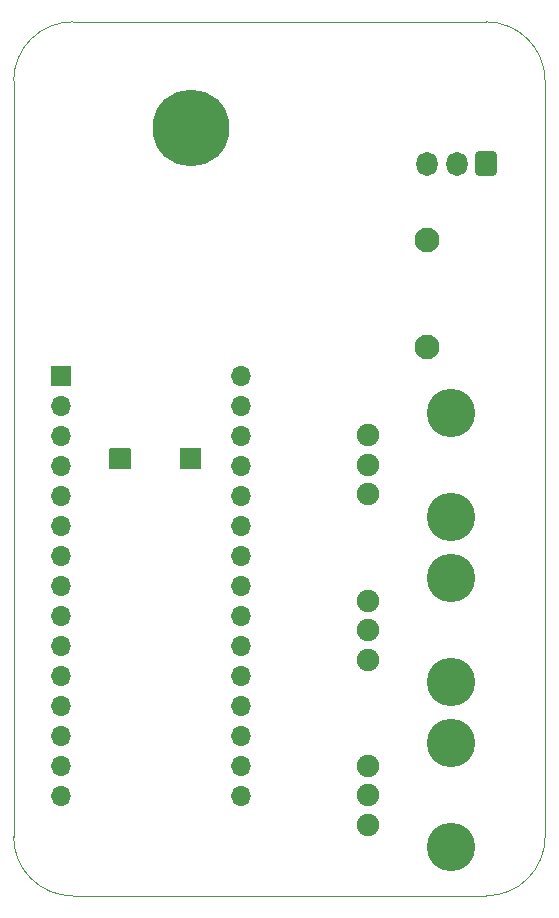
<source format=gbr>
%TF.GenerationSoftware,KiCad,Pcbnew,(5.1.10)-1*%
%TF.CreationDate,2022-05-06T17:00:31+02:00*%
%TF.ProjectId,LTE_HW,4c54455f-4857-42e6-9b69-6361645f7063,rev?*%
%TF.SameCoordinates,Original*%
%TF.FileFunction,Soldermask,Bot*%
%TF.FilePolarity,Negative*%
%FSLAX46Y46*%
G04 Gerber Fmt 4.6, Leading zero omitted, Abs format (unit mm)*
G04 Created by KiCad (PCBNEW (5.1.10)-1) date 2022-05-06 17:00:31*
%MOMM*%
%LPD*%
G01*
G04 APERTURE LIST*
%TA.AperFunction,Profile*%
%ADD10C,0.050000*%
%TD*%
%ADD11O,1.700000X1.700000*%
%ADD12C,6.500000*%
%ADD13C,0.900000*%
%ADD14O,1.800000X2.050000*%
%ADD15C,2.100000*%
%ADD16C,1.900000*%
%ADD17C,4.100000*%
G04 APERTURE END LIST*
D10*
X150000000Y-145000000D02*
G75*
G02*
X145000000Y-150000000I-5000000J0D01*
G01*
X145000000Y-76000000D02*
G75*
G02*
X150000000Y-81000000I0J-5000000D01*
G01*
X105000000Y-81000000D02*
G75*
G02*
X110000000Y-76000000I5000000J0D01*
G01*
X110000000Y-150000000D02*
G75*
G02*
X105000000Y-145000000I0J5000000D01*
G01*
X145000000Y-76000000D02*
X110000000Y-76000000D01*
X150000000Y-145000000D02*
X150000000Y-81000000D01*
X110000000Y-150000000D02*
X145000000Y-150000000D01*
X105000000Y-81000000D02*
X105000000Y-145000000D01*
%TO.C,TP2*%
G36*
G01*
X113100000Y-113850000D02*
X113100000Y-112150000D01*
G75*
G02*
X113150000Y-112100000I50000J0D01*
G01*
X114850000Y-112100000D01*
G75*
G02*
X114900000Y-112150000I0J-50000D01*
G01*
X114900000Y-113850000D01*
G75*
G02*
X114850000Y-113900000I-50000J0D01*
G01*
X113150000Y-113900000D01*
G75*
G02*
X113100000Y-113850000I0J50000D01*
G01*
G37*
%TD*%
%TO.C,TP1*%
G36*
G01*
X119100000Y-113850000D02*
X119100000Y-112150000D01*
G75*
G02*
X119150000Y-112100000I50000J0D01*
G01*
X120850000Y-112100000D01*
G75*
G02*
X120900000Y-112150000I0J-50000D01*
G01*
X120900000Y-113850000D01*
G75*
G02*
X120850000Y-113900000I-50000J0D01*
G01*
X119150000Y-113900000D01*
G75*
G02*
X119100000Y-113850000I0J50000D01*
G01*
G37*
%TD*%
%TO.C,A1*%
G36*
G01*
X108150000Y-106800000D02*
X108150000Y-105200000D01*
G75*
G02*
X108200000Y-105150000I50000J0D01*
G01*
X109800000Y-105150000D01*
G75*
G02*
X109850000Y-105200000I0J-50000D01*
G01*
X109850000Y-106800000D01*
G75*
G02*
X109800000Y-106850000I-50000J0D01*
G01*
X108200000Y-106850000D01*
G75*
G02*
X108150000Y-106800000I0J50000D01*
G01*
G37*
D11*
X124240000Y-139020000D03*
X109000000Y-108540000D03*
X124240000Y-136480000D03*
X109000000Y-111080000D03*
X124240000Y-133940000D03*
X109000000Y-113620000D03*
X124240000Y-131400000D03*
X109000000Y-116160000D03*
X124240000Y-128860000D03*
X109000000Y-118700000D03*
X124240000Y-126320000D03*
X109000000Y-121240000D03*
X124240000Y-123780000D03*
X109000000Y-123780000D03*
X124240000Y-121240000D03*
X109000000Y-126320000D03*
X124240000Y-118700000D03*
X109000000Y-128860000D03*
X124240000Y-116160000D03*
X109000000Y-131400000D03*
X124240000Y-113620000D03*
X109000000Y-133940000D03*
X124240000Y-111080000D03*
X109000000Y-136480000D03*
X124240000Y-108540000D03*
X109000000Y-139020000D03*
X124240000Y-106000000D03*
X109000000Y-141560000D03*
X124240000Y-141560000D03*
%TD*%
D12*
%TO.C,H1*%
X120000000Y-85000000D03*
D13*
X122400000Y-85000000D03*
X121697056Y-86697056D03*
X120000000Y-87400000D03*
X118302944Y-86697056D03*
X117600000Y-85000000D03*
X118302944Y-83302944D03*
X120000000Y-82600000D03*
X121697056Y-83302944D03*
%TD*%
%TO.C,J1*%
G36*
G01*
X145900000Y-87239705D02*
X145900000Y-88760295D01*
G75*
G02*
X145635295Y-89025000I-264705J0D01*
G01*
X144364705Y-89025000D01*
G75*
G02*
X144100000Y-88760295I0J264705D01*
G01*
X144100000Y-87239705D01*
G75*
G02*
X144364705Y-86975000I264705J0D01*
G01*
X145635295Y-86975000D01*
G75*
G02*
X145900000Y-87239705I0J-264705D01*
G01*
G37*
D14*
X142500000Y-88000000D03*
X140000000Y-88000000D03*
%TD*%
D15*
%TO.C,SW1*%
X140000000Y-103500000D03*
X140000000Y-94500000D03*
%TD*%
D16*
%TO.C,RV1*%
X135000000Y-139000000D03*
X135000000Y-141500000D03*
X135000000Y-144000000D03*
D17*
X142000000Y-137100000D03*
X142000000Y-145900000D03*
%TD*%
%TO.C,RV2*%
X142000000Y-131900000D03*
X142000000Y-123100000D03*
D16*
X135000000Y-130000000D03*
X135000000Y-127500000D03*
X135000000Y-125000000D03*
%TD*%
%TO.C,RV3*%
X135000000Y-111000000D03*
X135000000Y-113500000D03*
X135000000Y-116000000D03*
D17*
X142000000Y-109100000D03*
X142000000Y-117900000D03*
%TD*%
M02*

</source>
